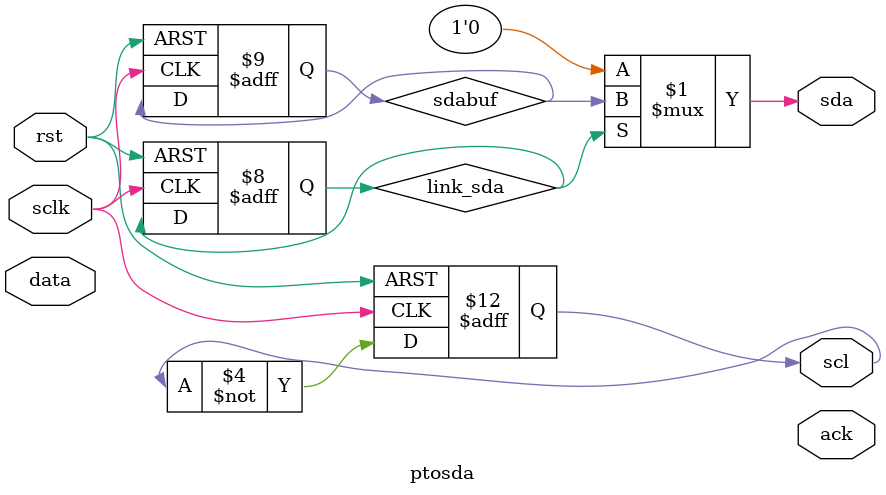
<source format=v>
module ptosda(rst,sclk,ack,scl,sda,data);
input sclk,rst;
input [3:0] data;
output ack,scl,sda;
reg scl,link_sda,ack,sdabuf;
reg [3:0] databuf;
reg [7:0] state;
assign sda = link_sda?sdabuf:1'b0;

parameter ready = 8'b0000_0000,
          start = 8'b0000_0001,
          bit1 = 8'b0000_0010,
          bit2 = 8'b0000_0100,
          bit3 = 8'b0000_1000,
          bit4 = 8'b0001_0000,
          bit5 = 8'b0010_0000,
          stop = 8'b0100_0000,
          IDLE = 8'b1000_0000;
always @(posedge sclk or negedge rst) begin
    if(!rst)
        scl<=1;
    else
        scl<=~scl;
end
always @(posedge ack) begin
    databuf<=date;
end
always @(negedge sclk or negedge rst) begin
    if(!rst)
    begin
        link_sda<=0;
        state<=ready;
        sdabuf<=1;
        
    end
end
endmodule
</source>
